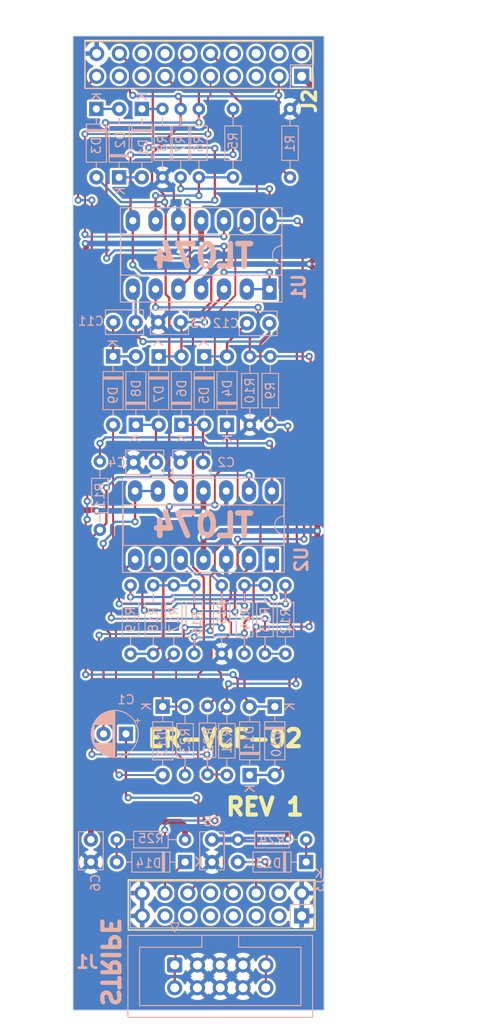
<source format=kicad_pcb>
(kicad_pcb (version 20221018) (generator pcbnew)
  (title_block (title "ER-VCF-02-DB") (date "2023-02-14") (rev "1"))
  (layers (0 "F.Cu" signal) (31 "B.Cu" signal) (34 "B.Paste" user) (35 "F.Paste" user) (36 "B.SilkS" user "B.Silkscreen") (37 "F.SilkS" user "F.Silkscreen") (38 "B.Mask" user) (39 "F.Mask" user) (44 "Edge.Cuts" user))
  (net 0 "")
  (net 1 "/POT6-3")
  (net 2 "Net-(D7-A)")
  (net 4 "Net-(D6-A)")
  (net 5 "Net-(D5-A)")
  (net 6 "Net-(D10-A)")
  (net 7 "Net-(D8-A)")
  (net 8 "Net-(D4-A)")
  (net 9 "Net-(D1-K)")
  (net 10 "Net-(D1-A)")
  (net 11 "Net-(D2-A)")
  (net 12 "/CV")
  (net 13 "/POT1-2")
  (net 14 "Net-(D4-K)")
  (net 15 "Net-(D9-A)")
  (net 16 "-12V")
  (net 17 "+12V")
  (net 18 "Net-(D10-K)")
  (net 20 "/POT2-2")
  (net 21 "/POT5-2")
  (net 22 "/POT5-3")
  (net 23 "Net-(D12-A)")
  (net 24 "Net-(D13-K)")
  (net 25 "Net-(D13-A)")
  (net 26 "Net-(D14-K)")
  (net 27 "Net-(D14-A)")
  (net 28 "/POT6-1")
  (net 30 "/J4-T")
  (net 31 "/POT5-1")
  (net 32 "/AUDIO")
  (net 33 "/POT2-1")
  (net 34 "/J5-T")
  (net 37 "Net-(R19-Pad1)")
  (net 38 "Net-(R22-Pad2)")
  (net 40 "/POT1-1")
  (net 41 "GND")
  (net 42 "/J3-T")
  (net 43 "Net-(R12-Pad1)")
  (net 48 "/J6-T")
  (net 53 "Net-(U1C--)")
  (net 54 "Net-(U2D--)")
  (net 55 "Net-(U2B--)")
  (net 56 "Net-(U2B-+)")
  (net 57 "Net-(U2A--)")
  (net 58 "Net-(U1D--)")
  (footprint "Resistor_THT:R_Axial_DIN0204_L3.6mm_D1.6mm_P7.62mm_Horizontal" (layer "B.Cu") (at 57.404 93.19 -90)
    (fp_text reference "R13")
    (fp_text value "33K")
  )
  (footprint "Connector_IDC:IDC-Header_2x05_P2.54mm_Vertical" (layer "B.Cu") (at 47.34 135.46 -90)
    (fp_text reference "J1")
    (fp_text value "ER-PWR-2X5")
  )
  (footprint "Resistor_THT:R_Axial_DIN0204_L3.6mm_D1.6mm_P7.62mm_Horizontal" (layer "B.Cu") (at 59.69 93.19 -90)
    (fp_text reference "R12")
    (fp_text value "2.2K")
  )
  (footprint "Capacitor_THT:C_Rect_L4.0mm_W2.5mm_P2.50mm" (layer "B.Cu") (at 42.993996 63.880009 180)
    (fp_text reference "C11")
    (fp_text value "1nF")
  )
  (footprint "Resistor_THT:R_Axial_DIN0204_L3.6mm_D1.6mm_P7.62mm_Horizontal" (layer "B.Cu") (at 52.578 100.81 90)
    (fp_text reference "R15")
    (fp_text value "33K")
  )
  (footprint "Connector_PinHeader_2.54mm:PinHeader_2x10_P2.54mm_Vertical" (layer "B.Cu") (at 61.5 36.5 90)
    (fp_text reference "J2")
    (fp_text value "PROTO02_POTS")
  )
  (footprint "Diode_THT:D_DO-35_SOD27_P7.62mm_Horizontal" (layer "B.Cu") (at 43.688 40.132 -90)
    (fp_text reference "D1")
    (fp_text value "1N4148")
  )
  (footprint "Capacitor_THT:C_Rect_L4.0mm_W2.5mm_P2.50mm" (layer "B.Cu") (at 38 124 90)
    (fp_text reference "C6")
    (fp_text value "0.1uF")
  )
  (footprint "Resistor_THT:R_Axial_DIN0204_L3.6mm_D1.6mm_P7.62mm_Horizontal" (layer "B.Cu") (at 39 87 90)
    (fp_text reference "R11")
    (fp_text value "1K")
  )
  (footprint "Capacitor_THT:C_Rect_L4.0mm_W2.5mm_P2.50mm" (layer "B.Cu") (at 51.5 121.5 -90)
    (fp_text reference "C5")
    (fp_text value "0.1uF")
  )
  (footprint "Resistor_THT:R_Axial_DIN0204_L3.6mm_D1.6mm_P7.62mm_Horizontal" (layer "B.Cu") (at 53.158 106.69 -90)
    (fp_text reference "R21")
    (fp_text value "100K")
  )
  (footprint "Resistor_THT:R_Axial_DIN0204_L3.6mm_D1.6mm_P7.62mm_Horizontal" (layer "B.Cu") (at 60.198 40.132 -90)
    (fp_text reference "R1")
    (fp_text value "10K")
  )
  (footprint "Diode_THT:D_DO-35_SOD27_P7.62mm_Horizontal" (layer "B.Cu") (at 38.608 40.132 -90)
    (fp_text reference "D3")
    (fp_text value "1N4148")
  )
  (footprint "Diode_THT:D_DO-35_SOD27_P7.62mm_Horizontal" (layer "B.Cu") (at 48.5 124 180)
    (fp_text reference "D14")
    (fp_text value "1N5817")
  )
  (footprint "Diode_THT:D_DO-35_SOD27_P7.62mm_Horizontal" (layer "B.Cu") (at 40.474 67.69 -90)
    (fp_text reference "D9")
    (fp_text value "1N4148")
  )
  (footprint "Diode_THT:D_DO-35_SOD27_P7.62mm_Horizontal" (layer "B.Cu") (at 45.554 67.69 -90)
    (fp_text reference "D7")
    (fp_text value "1N4148")
  )
  (footprint "Resistor_THT:R_Axial_DIN0204_L3.6mm_D1.6mm_P7.62mm_Horizontal" (layer "B.Cu") (at 53.848 47.752 90)
    (fp_text reference "R5")
    (fp_text value "47K")
  )
  (footprint "Resistor_THT:R_Axial_DIN0204_L3.6mm_D1.6mm_P7.62mm_Horizontal" (layer "B.Cu") (at 51 114.244 90)
    (fp_text reference "R22")
    (fp_text value "100K")
  )
  (footprint "Capacitor_THT:C_Rect_L4.0mm_W2.5mm_P2.50mm" (layer "B.Cu") (at 57.89201 64.008 180)
    (fp_text reference "C12")
    (fp_text value "1nF")
  )
  (footprint "Resistor_THT:R_Axial_DIN0204_L3.6mm_D1.6mm_P7.62mm_Horizontal" (layer "B.Cu") (at 55.118 100.81 90)
    (fp_text reference "R14")
    (fp_text value "33K")
  )
  (footprint "Diode_THT:D_DO-35_SOD27_P7.62mm_Horizontal" (layer "B.Cu") (at 58.5 106.69 -90)
    (fp_text reference "D10")
    (fp_text value "1N4148")
  )
  (footprint "Resistor_THT:R_Axial_DIN0204_L3.6mm_D1.6mm_P7.62mm_Horizontal" (layer "B.Cu") (at 44.958 93.19 -90)
    (fp_text reference "R18")
    (fp_text value "33K")
  )
  (footprint "Diode_THT:D_DO-35_SOD27_P7.62mm_Horizontal" (layer "B.Cu") (at 43.014 75.31 90)
    (fp_text reference "D8")
    (fp_text value "1N4148")
  )
  (footprint "Diode_THT:D_DO-35_SOD27_P7.62mm_Horizontal" (layer "B.Cu") (at 55.698 114.31 90)
    (fp_text reference "D11")
    (fp_text value "1N4148")
  )
  (footprint "Resistor_THT:R_Axial_DIN0204_L3.6mm_D1.6mm_P7.62mm_Horizontal" (layer "B.Cu") (at 50.038 47.752 90)
    (fp_text reference "R6")
    (fp_text value "1K")
  )
  (footprint "Capacitor_THT:C_Rect_L4.0mm_W2.5mm_P2.50mm" (layer "B.Cu") (at 50.500001 79.499993 180)
    (fp_text reference "C4")
    (fp_text value "1nF")
  )
  (footprint "Resistor_THT:R_Axial_DIN0204_L3.6mm_D1.6mm_P7.62mm_Horizontal" (layer "B.Cu") (at 48.006 47.752 90)
    (fp_text reference "R7")
    (fp_text value "100K")
  )
  (footprint "Capacitor_THT:C_Rect_L4.0mm_W2.5mm_P2.50mm" (layer "B.Cu") (at 48.006 63.880009 180)
    (fp_text reference "C3")
    (fp_text value "1nF")
  )
  (footprint "Diode_THT:D_DO-35_SOD27_P7.62mm_Horizontal" (layer "B.Cu") (at 62 124 180)
    (fp_text reference "D13")
    (fp_text value "1N5817")
  )
  (footprint "Capacitor_THT:CP_Radial_D5.0mm_P2.50mm" (layer "B.Cu") (at 41.91 109.728 180)
    (fp_text reference "C1")
    (fp_text value "1uF")
  )
  (footprint "Resistor_THT:R_Axial_DIN0204_L3.6mm_D1.6mm_P7.62mm_Horizontal" (layer "B.Cu") (at 42.418 93.19 -90)
    (fp_text reference "R19")
    (fp_text value "2.2K")
  )
  (footprint "Resistor_THT:R_Axial_DIN0204_L3.6mm_D1.6mm_P7.62mm_Horizontal" (layer "B.Cu") (at 49.53 100.81 90)
    (fp_text reference "R16")
    (fp_text value "33K")
  )
  (footprint "Diode_THT:D_DO-35_SOD27_P7.62mm_Horizontal" (layer "B.Cu") (at 50.634 67.69 -90)
    (fp_text reference "D5")
    (fp_text value "1N4148")
  )
  (footprint "Resistor_THT:R_Axial_DIN0204_L3.6mm_D1.6mm_P7.62mm_Horizontal" (layer "B.Cu") (at 62 121.5 180)
    (fp_text reference "R24")
    (fp_text value "10")
  )
  (footprint "Resistor_THT:R_Axial_DIN0204_L3.6mm_D1.6mm_P7.62mm_Horizontal" (layer "B.Cu") (at 58 75.31 90)
    (fp_text reference "R9")
    (fp_text value "10K")
  )
  (footprint "Resistor_THT:R_Axial_DIN0204_L3.6mm_D1.6mm_P7.62mm_Horizontal" (layer "B.Cu") (at 55.714 75.31 90)
    (fp_text reference "R10")
    (fp_text value "2.7K")
  )
  (footprint "Diode_THT:D_DO-35_SOD27_P7.62mm_Horizontal" (layer "B.Cu") (at 48.094 75.31 90)
    (fp_text reference "D6")
    (fp_text value "1N4148")
  )
  (footprint "Package_DIP:DIP-14_W7.62mm_Socket_LongPads" (layer "B.Cu") (at 57.912 60.198 90)
    (fp_text reference "U1")
    (fp_text value "TL074")
  )
  (footprint "Diode_THT:D_DO-35_SOD27_P7.62mm_Horizontal" (layer "B.Cu") (at 46 106.69 -90)
    (fp_text reference "D12")
    (fp_text value "1N4148")
  )
  (footprint "Resistor_THT:R_Axial_DIN0204_L3.6mm_D1.6mm_P7.62mm_Horizontal" (layer "B.Cu") (at 45.974 47.752 90)
    (fp_text reference "R8")
    (fp_text value "1K")
  )
  (footprint "Resistor_THT:R_Axial_DIN0204_L3.6mm_D1.6mm_P7.62mm_Horizontal" (layer "B.Cu") (at 40.88 121.5)
    (fp_text reference "R25")
    (fp_text value "10")
  )
  (footprint "Capacitor_THT:C_Rect_L4.0mm_W2.5mm_P2.50mm" (layer "B.Cu") (at 45.249998 79.499993 180)
    (fp_text reference "C2")
    (fp_text value "1nF")
  )
  (footprint "Resistor_THT:R_Axial_DIN0204_L3.6mm_D1.6mm_P7.62mm_Horizontal" (layer "B.Cu") (at 48.5 106.69 -90)
    (fp_text reference "R23")
    (fp_text value "33K")
  )
  (footprint "Diode_THT:D_DO-35_SOD27_P7.62mm_Horizontal" (layer "B.Cu") (at 53.174 75.31 90)
    (fp_text reference "D4")
    (fp_text value "1N4148")
  )
  (footprint "Diode_THT:D_DO-35_SOD27_P7.62mm_Horizontal" (layer "B.Cu") (at 41.148 47.752 90)
    (fp_text reference "D2")
    (fp_text value "1N4148")
  )
  (footprint "Connector_PinHeader_2.54mm:PinHeader_2x08_P2.54mm_Vertical" (layer "B.Cu") (at 61.5 130 90)
    (fp_text reference "J3")
    (fp_text value "PROTO02_JACKS")
  )
  (footprint "Resistor_THT:R_Axial_DIN0204_L3.6mm_D1.6mm_P7.62mm_Horizontal" (layer "B.Cu") (at 47.244 100.81 90)
    (fp_text reference "R17")
    (fp_text value "33K")
  )
  (footprint "Package_DIP:DIP-14_W7.62mm_Socket_LongPads" (layer "B.Cu") (at 58.166 90.299997 90)
    (fp_text reference "U2")
    (fp_text value "TL074")
  )
  (gr_rect (start 42.164 125.984) (end 62.992 131.572) (stroke (width 0.15)) (fill none) (layer "F.SilkS"))
  (gr_rect (start 37.338 32.512) (end 62.738 37.846) (stroke (width 0.15)) (fill none) (layer "F.SilkS"))
  (gr_rect (start 36 32) (end 64 140.5) (stroke (width 0.1)) (fill none) (layer "Edge.Cuts"))
  (gr_text "TL074" (at 50.500001 56.499989) (layer "B.SilkS") (effects (font (size 2.5 2.5) (thickness 0.625)) (justify mirror)))
  (gr_text "TL074" (at 50.5 86.5) (layer "B.SilkS") (effects (font (size 2.5 2.5) (thickness 0.625)) (justify mirror)))
  (gr_text "STRIPE" (at 40.132 135.128 270) (layer "B.SilkS") (effects (font (size 1.905 1.905) (thickness 0.47625)) (justify mirror)))
  (gr_text "REV 1" (at 57.404 117.856) (layer "F.SilkS") (effects (font (size 1.905 1.905) (thickness 0.47625))))
  (gr_text "ER-VCF-02" (at 52.959 110.236) (layer "F.SilkS") (effects (font (size 1.905 1.905) (thickness 0.47625))))
  (segment (start 45.249998 79.499993) (end 45.249998 75.614002) (width 0.254) (layer "F.Cu") (net 2))
  (segment (start 43.014 75.31) (end 45.554 75.31) (width 0.254) (layer "B.Cu") (net 2))
  (segment (start 50.673991 63.880009) (end 50.673991 63.010009) (width 0.254) (layer "F.Cu") (net 4))
  (segment (start 50.673991 63.010009) (end 52.832 60.852) (width 0.254) (layer "F.Cu") (net 4))
  (segment (start 48.094 67.69) (end 48.094 63.968009) (width 0.254) (layer "F.Cu") (net 4))
  (via (at 50.673991 63.880009) (size 0.8) (drill 0.4) (layers "F.Cu" "B.Cu") (net 4))
  (segment (start 45.554 67.69) (end 48.094 67.69) (width 0.254) (layer "B.Cu") (net 4))
  (segment (start 48.006 63.880009) (end 50.673991 63.880009) (width 0.254) (layer "B.Cu") (net 4))
  (segment (start 50.500001 79.499993) (end 50.500001 75.443999) (width 0.254) (layer "F.Cu") (net 5))
  (segment (start 50.634 75.31) (end 48.094 75.31) (width 0.254) (layer "B.Cu") (net 5))
  (segment (start 56.896 66.294) (end 57.89201 65.29799) (width 0.254) (layer "F.Cu") (net 6))
  (segment (start 58 73.24) (end 56.896 72.136) (width 0.254) (layer "F.Cu") (net 6))
  (segment (start 59.944 75.438) (end 59.944 90.805) (width 0.254) (layer "F.Cu") (net 6))
  (segment (start 61.26848 101.378498) (end 60.136511 102.510467) (width 0.254) (layer "F.Cu") (net 6))
  (segment (start 60.136511 102.510467) (end 60.136511 112.673489) (width 0.254) (layer "F.Cu") (net 6))
  (segment (start 60.136511 112.673489) (end 58.5 114.31) (width 0.254) (layer "F.Cu") (net 6))
  (segment (start 59.944 90.805) (end 61.26848 92.12948) (width 0.254) (layer "F.Cu") (net 6))
  (segment (start 42.993996 65.218996) (end 43.815 66.04) (width 0.254) (layer "F.Cu") (net 6))
  (segment (start 61.26848 92.12948) (end 61.26848 95.453066) (width 0.254) (layer "F.Cu") (net 6))
  (segment (start 58 75.31) (end 58 73.24) (width 0.254) (layer "F.Cu") (net 6))
  (segment (start 57.89201 65.29799) (end 57.89201 64.008) (width 0.254) (layer "F.Cu") (net 6))
  (segment (start 60.26852 96.453026) (end 61.26848 95.453066) (width 0.254) (layer "F.Cu") (net 6))
  (segment (start 60.26852 97.73352) (end 60.26852 96.453026) (width 0.254) (layer "F.Cu") (net 6))
  (segment (start 61.26848 101.378498) (end 61.26848 98.73348) (width 0.254) (layer "F.Cu") (net 6))
  (segment (start 56.896 72.136) (end 56.896 66.294) (width 0.254) (layer "F.Cu") (net 6))
  (segment (start 42.993996 63.880009) (end 42.993996 65.218996) (width 0.254) (layer "F.Cu") (net 6))
  (segment (start 61.26848 98.73348) (end 60.26852 97.73352) (width 0.254) (layer "F.Cu") (net 6))
  (via (at 43.815 66.04) (size 0.8) (drill 0.4) (layers "F.Cu" "B.Cu") (net 6))
  (via (at 59.944 75.438) (size 0.8) (drill 0.4) (layers "F.Cu" "B.Cu") (net 6))
  (segment (start 55.698 114.31) (end 58.5 114.31) (width 0.254) (layer "B.Cu") (net 6))
  (segment (start 43.815 66.04) (end 56.896 66.04) (width 0.254) (layer "B.Cu") (net 6))
  (segment (start 58 75.31) (end 59.816 75.31) (width 0.254) (layer "B.Cu") (net 6))
  (segment (start 56.896 66.04) (end 57.8485 65.0875) (width 0.254) (layer "B.Cu") (net 6))
  (segment (start 42.993996 63.880009) (end 42.993996 60.519996) (width 0.254) (layer "B.Cu") (net 6))
  (segment (start 57.89201 64.008) (end 57.89201 65.04399) (width 0.254) (layer "B.Cu") (net 6))
  (segment (start 59.816 75.31) (end 59.944 75.438) (width 0.254) (layer "B.Cu") (net 6))
  (segment (start 57.89201 65.04399) (end 57.8485 65.0875) (width 0.254) (layer "B.Cu") (net 6))
  (segment (start 40.474 67.69) (end 40.474 63.900005) (width 0.254) (layer "F.Cu") (net 7))
  (segment (start 40.474 67.69) (end 43.014 67.69) (width 0.254) (layer "B.Cu") (net 7))
  (segment (start 53.174 66.22601) (end 55.39201 64.008) (width 0.254) (layer "F.Cu") (net 8))
  (segment (start 53.174 67.69) (end 53.174 66.22601) (width 0.254) (layer "F.Cu") (net 8))
  (segment (start 50.634 67.69) (end 53.174 67.69) (width 0.254) (layer "B.Cu") (net 8))
  (segment (start 43.688 40.132) (end 45.974 40.132) (width 0.254) (layer "B.Cu") (net 9))
  (segment (start 41.148 47.752) (end 43.688 47.752) (width 0.254) (layer "B.Cu") (net 10))
  (segment (start 38.608 40.132) (end 41.148 40.132) (width 0.254) (layer "B.Cu") (net 11))
  (segment (start 44.958 104.3432) (end 46 105.3852) (width 0.254) (layer "F.Cu") (net 12))
  (segment (start 46 105.3852) (end 46 106.69) (width 0.254) (layer "F.Cu") (net 12))
  (segment (start 44.958 102.616) (end 44.958 104.3432) (width 0.254) (layer "F.Cu") (net 12))
  (segment (start 45.96 102.094) (end 45.48 102.094) (width 0.254) (layer "F.Cu") (net 12))
  (segment (start 45.48 102.094) (end 44.958 102.616) (width 0.254) (layer "F.Cu") (net 12))
  (segment (start 47.244 100.81) (end 45.96 102.094) (width 0.254) (layer "F.Cu") (net 12))
  (segment (start 46 106.69) (end 48.5 106.69) (width 0.254) (layer "B.Cu") (net 12))
  (segment (start 42.672 38.608) (end 42.355 38.291) (width 0.25) (layer "F.Cu") (net 13))
  (segment (start 58.928 38.608) (end 58.928 36.532) (width 0.25) (layer "F.Cu") (net 13))
  (segment (start 46.228 50.5105) (end 46.228 49.774695) (width 0.25) (layer "F.Cu") (net 13))
  (segment (start 42.355 38.291) (end 42.355 35.135) (width 0.25) (layer "F.Cu") (net 13))
  (segment (start 58.928 46.482) (end 60.198 47.752) (width 0.25) (layer "F.Cu") (net 13))
  (segment (start 44.813 45.103) (end 48.006 41.91) (width 0.25) (layer "F.Cu") (net 13))
  (segment (start 46.337 50.6195) (end 46.228 50.5105) (width 0.25) (layer "F.Cu") (net 13))
  (segment (start 58.928 38.608) (end 58.928 46.482) (width 0.25) (layer "F.Cu") (net 13))
  (segment (start 48.006 82.55) (end 46.736 81.28) (width 0.25) (layer "F.Cu") (net 13))
  (segment (start 48.006 38.97997) (end 47.750468 38.724438) (width 0.25) (layer "F.Cu") (net 13))
  (segment (start 46.736 81.28) (end 46.736 61.17299) (width 0.25) (layer "F.Cu") (net 13))
  (segment (start 48.006 40.132) (end 48.006 38.97997) (width 0.25) (layer "F.Cu") (net 13))
  (segment (start 44.813 48.359695) (end 44.813 45.103) (width 0.25) (layer "F.Cu") (net 13))
  (segment (start 48.006 41.91) (end 48.006 40.132) (width 0.25) (layer "F.Cu") (net 13))
  (segment (start 46.337 60.77399) (end 46.337 50.6195) (width 0.25) (layer "F.Cu") (net 13))
  (segment (start 46.736 61.17299) (end 46.337 60.77399) (width 0.25) (layer "F.Cu") (net 13))
  (segment (start 46.228 49.774695) (end 44.813 48.359695) (width 0.25) (layer "F.Cu") (net 13))
  (segment (start 41.18 33.96) (end 42.355 35.135) (width 0.25) (layer "F.Cu") (net 13))
  (via (at 58.928 38.608) (size 0.8) (drill 0.4) (layers "F.Cu" "B.Cu") (net 13))
  (via (at 42.672 38.608) (size 0.8) (drill 0.4) (layers "F.Cu" "B.Cu") (net 13))
  (via (at 47.750468 38.724438) (size 0.8) (drill 0.4) (layers "F.Cu" "B.Cu") (net 13))
  (via (at 46.228 50.5105) (size 0.8) (drill 0.4) (layers "F.Cu" "B.Cu") (net 13))
  (segment (start 42.788438 38.724438) (end 42.672 38.608) (width 0.25) (layer "B.Cu") (net 13))
  (segment (start 38.608 47.752) (end 41.3665 50.5105) (width 0.25) (layer "B.Cu") (net 13))
  (segment (start 47.750468 38.724438) (end 42.788438 38.724438) (width 0.25) (layer "B.Cu") (net 13))
  (segment (start 47.750468 38.724438) (end 58.811562 38.724438) (width 0.25) (layer "B.Cu") (net 13))
  (segment (start 58.811562 38.724438) (end 58.928 38.608) (width 0.25) (layer "B.Cu") (net 13))
  (segment (start 41.3665 50.5105) (end 46.228 50.5105) (width 0.25) (layer "B.Cu") (net 13))
  (segment (start 46.736 91.672978) (end 46.0756 92.333378) (width 0.254) (layer "F.Cu") (net 14))
  (segment (start 52.451 80.391) (end 53.086 79.756) (width 0.254) (layer "F.Cu") (net 14))
  (segment (start 53.174 79.668) (end 52.451 80.391) (width 0.2032) (layer "F.Cu") (net 14))
  (segment (start 46.0756 99.6924) (end 44.958 100.81) (width 0.254) (layer "F.Cu") (net 14))
  (segment (start 53.174 75.31) (end 53.174 79.668) (width 0.2032) (layer "F.Cu") (net 14))
  (segment (start 52.0954 80.7466) (end 52.451 80.391) (width 0.254) (layer "F.Cu") (net 14))
  (segment (start 51.816 81.026) (end 52.0954 80.7466) (width 0.2032) (layer "F.Cu") (net 14))
  (segment (start 46.0756 92.333378) (end 46.0756 99.6924) (width 0.254) (layer "F.Cu") (net 14))
  (segment (start 51.816 84.2264) (end 51.816 81.026) (width 0.2032) (layer "F.Cu") (net 14))
  (segment (start 46.736 84.427) (end 46.736 91.672978) (width 0.254) (layer "F.Cu") (net 14))
  (via (at 46.736 84.427) (size 0.8) (drill 0.4) (layers "F.Cu" "B.Cu") (net 14))
  (via (at 51.816 84.2264) (size 0.8) (drill 0.4) (layers "F.Cu" "B.Cu") (net 14))
  (segment (start 42.418 100.81) (end 44.958 100.81) (width 0.254) (layer "B.Cu") (net 14))
  (segment (start 51.816 84.2264) (end 46.9366 84.2264) (width 0.2032) (layer "B.Cu") (net 14))
  (segment (start 51.4604 84.2264) (end 46.9366 84.2264) (width 0.254) (layer "B.Cu") (net 14))
  (segment (start 46.9366 84.2264) (end 46.736 84.427) (width 0.2032) (layer "B.Cu") (net 14))
  (segment (start 57.404 100.81) (end 57.404 96.901) (width 0.2032) (layer "F.Cu") (net 15))
  (segment (start 40.275541 92.980541) (end 40.474 92.782082) (width 0.2032) (layer "F.Cu") (net 15))
  (segment (start 40.275541 96.806167) (end 40.275541 92.980541) (width 0.2032) (layer "F.Cu") (net 15))
  (segment (start 40.474 92.782082) (end 40.474 75.31) (width 0.2032) (layer "F.Cu") (net 15))
  (via (at 40.275541 96.806167) (size 0.8) (drill 0.4) (layers "F.Cu" "B.Cu") (net 15))
  (via (at 57.404 96.901) (size 0.8) (drill 0.4) (layers "F.Cu" "B.Cu") (net 15))
  (segment (start 57.404 96.901) (end 40.370374 96.901) (width 0.2032) (layer "B.Cu") (net 15))
  (segment (start 57.404 100.81) (end 59.69 100.81) (width 0.2032) (layer "B.Cu") (net 15))
  (segment (start 40.370374 96.901) (end 40.275541 96.806167) (width 0.2032) (layer "B.Cu") (net 15))
  (segment (start 50.546 82.679997) (end 50.546 85.09) (width 0.635) (layer "F.Cu") (net 16))
  (segment (start 37.4575 57.4625) (end 37.4575 55.2) (width 0.635) (layer "F.Cu") (net 16))
  (segment (start 36.5 58.42) (end 37.4575 57.4625) (width 0.635) (layer "F.Cu") (net 16))
  (segment (start 37.4575 55.2) (end 37.3755 55.118) (width 0.635) (layer "F.Cu") (net 16))
  (segment (start 36.576 115.062) (end 36.5 115.138) (width 0.635) (layer "F.Cu") (net 16))
  (segment (start 38 119.5) (end 48 119.5) (width 0.635) (layer "F.Cu") (net 16))
  (segment (start 48.5 120) (end 48.5 121.5) (width 0.635) (layer "F.Cu") (net 16))
  (segment (start 36.576 115.062) (end 38 116.486) (width 0.635) (layer "F.Cu") (net 16))
  (segment (start 50.292 55.118) (end 50.292 52.578) (width 0.635) (layer "F.Cu") (net 16))
  (segment (start 48 119.5) (end 48.5 120) (width 0.635) (layer "F.Cu") (net 16))
  (segment (start 38.5828 84.8108) (end 38.6588 84.8868) (width 0.635) (layer "F.Cu") (net 16))
  (segment (start 38 119.5) (end 38 121.5) (width 0.635) (layer "F.Cu") (net 16))
  (segment (start 36.5 84.8108) (end 36.5 58.42) (width 0.635) (layer "F.Cu") (net 16))
  (segment (start 36.5 115.138) (end 36.5 84.8108) (width 0.635) (layer "F.Cu") (net 16))
  (segment (start 36.5 84.8108) (end 38.5828 84.8108) (width 0.635) (layer "F.Cu") (net 16))
  (segment (start 38 116.486) (end 38 119.5) (width 0.635) (layer "F.Cu") (net 16))
  (via (at 50.292 55.118) (size 0.8) (drill 0.4) (layers "F.Cu" "B.Cu") (net 16))
  (via (at 37.3755 55.118) (size 0.8) (drill 0.4) (layers "F.Cu" "B.Cu") (net 16))
  (via (at 38.6588 84.8868) (size 0.8) (drill 0.4) (layers "F.Cu" "B.Cu") (net 16))
  (via (at 50.546 84.9529) (size 0.8) (drill 0.4) (layers "F.Cu" "B.Cu") (net 16))
  (segment (start 45.8216 85.344) (end 47.7012 85.344) (width 0.635) (layer "B.Cu") (net 16))
  (segment (start 48.0923 84.9529) (end 47.7012 85.344) (width 0.635) (layer "B.Cu") (net 16))
  (segment (start 45.8216 85.344) (end 45.3644 84.8868) (width 0.635) (layer "B.Cu") (net 16))
  (segment (start 50.546 84.9529) (end 48.0923 84.9529) (width 0.635) (layer "B.Cu") (net 16))
  (segment (start 37.3755 55.118) (end 50.292 55.118) (width 0.635) (layer "B.Cu") (net 16))
  (segment (start 38.6588 84.8868) (end 45.3644 84.8868) (width 0.635) (layer "B.Cu") (net 16))
  (segment (start 50.546 87.8332) (end 50.546 90.299997) (width 0.635) (layer "F.Cu") (net 17))
  (segment (start 63.246 87.122) (end 63.246 58.42) (width 0.635) (layer "F.Cu") (net 17))
  (segment (start 63.246 87.122) (end 63.1285 87.2395) (width 0.635) (layer "F.Cu") (net 17))
  (segment (start 63.246 56.486989) (end 62.328989 57.404) (width 0.635) (layer "F.Cu") (net 17))
  (segment (start 59.944 119.056) (end 63.2465 115.7535) (width 0.635) (layer "F.Cu") (net 17))
  (segment (start 63.2465 87.3575) (end 63.2465 115.7535) (width 0.635) (layer "F.Cu") (net 17))
  (segment (start 63.246 38.246) (end 61.5 36.5) (width 0.635) (layer "F.Cu") (net 17))
  (segment (start 63.246 58.42) (end 63.246 58.321011) (width 0.635) (layer "F.Cu") (net 17))
  (segment (start 59.944 121.412) (end 59.944 119.056) (width 0.635) (layer "F.Cu") (net 17))
  (segment (start 63.246 58.321011) (end 62.328989 57.404) (width 0.635) (layer "F.Cu") (net 17))
  (segment (start 63.1285 87.2395) (end 63.2465 87.3575) (width 0.635) (layer "F.Cu") (net 17))
  (segment (start 63.246 56.486989) (end 63.246 38.246) (width 0.635) (layer "F.Cu") (net 17))
  (via (at 62.328989 57.404) (size 0.8) (drill 0.4) (layers "F.Cu" "B.Cu") (net 17))
  (via (at 50.546 87.8332) (size 0.8) (drill 0.4) (layers "F.Cu" "B.Cu") (net 17))
  (via (at 59.944 121.412) (size 0.8) (drill 0.4) (layers "F.Cu" "B.Cu") (net 17))
  (via (at 63.246 87.122) (size 0.8) (drill 0.4) (layers "F.Cu" "B.Cu") (net 17))
  (segment (start 52.4764 87.122) (end 51.7652 87.8332) (width 0.635) (layer "B.Cu") (net 17))
  (segment (start 52.324 57.404) (end 50.292 59.436) (width 0.635) (layer "B.Cu") (net 17))
  (segment (start 51.7652 87.8332) (end 50.546 87.8332) (width 0.635) (layer "B.Cu") (net 17))
  (segment (start 63.246 87.122) (end 52.4764 87.122) (width 0.635) (layer "B.Cu") (net 17))
  (segment (start 52.324 57.404) (end 62.328989 57.404) (width 0.635) (layer "B.Cu") (net 17))
  (segment (start 54.38 121.5) (end 51.5 121.5) (width 0.635) (layer "B.Cu") (net 17))
  (segment (start 59.856 121.5) (end 59.944 121.412) (width 0.635) (layer "B.Cu") (net 17))
  (segment (start 54.38 121.5) (end 59.856 121.5) (width 0.635) (layer "B.Cu") (net 17))
  (segment (start 62.484 97.635) (end 62.484 67.846) (width 0.254) (layer "F.Cu") (net 18))
  (segment (start 55.714 67.69) (end 55.714 65.698) (width 0.254) (layer "F.Cu") (net 18))
  (segment (start 56.642 62.23) (end 56.642 64.77) (width 0.254) (layer "F.Cu") (net 18))
  (segment (start 55.118 105.664) (end 55.118 102.87) (width 0.254) (layer "F.Cu") (net 18))
  (segment (start 55.698 106.244) (end 55.118 105.664) (width 0.254) (layer "F.Cu") (net 18))
  (segment (start 45.212 60.198) (end 45.212 62.23) (width 0.254) (layer "F.Cu") (net 18))
  (segment (start 62.484 67.846) (end 62.329 67.691) (width 0.254) (layer "F.Cu") (net 18))
  (segment (start 62.329 97.79) (end 62.484 97.635) (width 0.254) (layer "F.Cu") (net 18))
  (segment (start 56.2356 101.7524) (end 56.2356 97.97485) (width 0.254) (layer "F.Cu") (net 18))
  (segment (start 56.2356 97.97485) (end 56.404225 97.806225) (width 0.254) (layer "F.Cu") (net 18))
  (segment (start 55.714 65.698) (end 56.642 64.77) (width 0.254) (layer "F.Cu") (net 18))
  (segment (start 55.118 102.87) (end 56.2356 101.7524) (width 0.254) (layer "F.Cu") (net 18))
  (via (at 62.329 97.79) (size 0.8) (drill 0.4) (layers "F.Cu" "B.Cu") (net 18))
  (via (at 56.404225 97.806225) (size 0.8) (drill 0.4) (layers "F.Cu" "B.Cu") (net 18))
  (via (at 62.329 67.691) (size 0.8) (drill 0.4) (layers "F.Cu" "B.Cu") (net 18))
  (via (at 45.212 62.23) (size 0.8) (drill 0.4) (layers "F.Cu" "B.Cu") (net 18))
  (via (at 56.642 62.23) (size 0.8) (drill 0.4) (layers "F.Cu" "B.Cu") (net 18))
  (segment (start 62.328 67.69) (end 62.329 67.691) (width 0.254) (layer "B.Cu") (net 18))
  (segment (start 56.404225 97.806225) (end 59.165775 97.806225) (width 0.254) (layer "B.Cu") (net 18))
  (segment (start 59.182 97.79) (end 62.329 97.79) (width 0.254) (layer "B.Cu") (net 18))
  (segment (start 59.165775 97.806225) (end 59.182 97.79) (width 0.254) (layer "B.Cu") (net 18))
  (segment (start 55.714 67.69) (end 58 67.69) (width 0.254) (layer "B.Cu") (net 18))
  (segment (start 55.698 106.69) (end 58.5 106.69) (width 0.254) (layer "B.Cu") (net 18))
  (segment (start 45.212 62.23) (end 56.642 62.23) (width 0.254) (layer "B.Cu") (net 18))
  (segment (start 58 67.69) (end 62.328 67.69) (width 0.254) (layer "B.Cu") (net 18))
  (segment (start 51.054 42.926) (end 51.054 38.862) (width 0.2032) (layer "F.Cu") (net 20))
  (segment (start 51.340004 38.575996) (end 51.054 38.862) (width 0.2032) (layer "F.Cu") (net 20))
  (segment (start 51.340004 37.000002) (end 51.340004 38.575996) (width 0.2032) (layer "F.Cu") (net 20))
  (segment (start 37.338 54.102) (end 37.338 42.926) (width 0.2032) (layer "F.Cu") (net 20))
  (segment (start 52.832 52.578) (end 52.832 54.356) (width 0.2032) (layer "F.Cu") (net 20))
  (via (at 52.832 54.356) (size 0.8) (drill 0.4) (layers "F.Cu" "B.Cu") (net 20))
  (via (at 51.054 42.926) (size 0.8) (drill 0.4) (layers "F.Cu" "B.Cu") (net 20))
  (via (at 37.338 42.926) (size 0.8) (drill 0.4) (layers "F.Cu" "B.Cu") (net 20))
  (via (at 37.338 54.102) (size 0.8) (drill 0.4) (layers "F.Cu" "B.Cu") (net 20))
  (segment (start 37.338 42.926) (end 51.054 42.926) (width 0.2032) (layer "B.Cu") (net 20))
  (segment (start 52.832 54.356) (end 37.592 54.356) (width 0.2032) (layer "B.Cu") (net 20))
  (segment (start 37.592 54.356) (end 37.338 54.102) (width 0.2032) (layer "B.Cu") (net 20))
  (segment (start 47.435 35.325) (end 48.8 33.96) (width 0.25) (layer "F.Cu") (net 21))
  (segment (start 44.895 43.996402) (end 44.895 36.203299) (width 0.25) (layer "F.Cu") (net 21))
  (segment (start 49.031 58.919) (end 49.031 50.7735) (width 0.25) (layer "F.Cu") (net 21))
  (segment (start 51.816 44.704) (end 51.816 44.521) (width 0.25) (layer "F.Cu") (net 21))
  (segment (start 44.445701 44.445701) (end 44.895 43.996402) (width 0.25) (layer "F.Cu") (net 21))
  (segment (start 45.773299 35.325) (end 47.435 35.325) (width 0.25) (layer "F.Cu") (net 21))
  (segment (start 47.752 60.198) (end 49.031 58.919) (width 0.25) (layer "F.Cu") (net 21))
  (segment (start 51.816 50.292) (end 51.816 44.704) (width 0.25) (layer "F.Cu") (net 21))
  (segment (start 49.031 50.7735) (end 48.768 50.5105) (width 0.25) (layer "F.Cu") (net 21))
  (segment (start 44.895 36.203299) (end 45.773299 35.325) (width 0.25) (layer "F.Cu") (net 21))
  (via (at 51.816 44.521) (size 0.8) (drill 0.4) (layers "F.Cu" "B.Cu") (net 21))
  (via (at 51.816 50.292) (size 0.8) (drill 0.4) (layers "F.Cu" "B.Cu") (net 21))
  (via (at 44.445701 44.445701) (size 0.8) (drill 0.4) (layers "F.Cu" "B.Cu") (net 21))
  (via (at 48.768 50.5105) (size 0.8) (drill 0.4) (layers "F.Cu" "B.Cu") (net 21))
  (segment (start 51.5975 50.5105) (end 51.816 50.292) (width 0.25) (layer "B.Cu") (net 21))
  (segment (start 51.740701 44.445701) (end 44.445701 44.445701) (width 0.25) (layer "B.Cu") (net 21))
  (segment (start 51.816 44.521) (end 51.740701 44.445701) (width 0.25) (layer "B.Cu") (net 21))
  (segment (start 48.768 50.5105) (end 51.5975 50.5105) (width 0.25) (layer "B.Cu") (net 21))
  (segment (start 52.832 58.321) (end 52.832 55.4228) (width 0.254) (layer "F.Cu") (net 22))
  (segment (start 47.76 38) (end 50 38) (width 0.25) (layer "F.Cu") (net 22))
  (segment (start 50.038 40.132) (end 50.038 41.656) (width 0.254) (layer "F.Cu") (net 22))
  (segment (start 39.734511 41.766511) (end 39.734511 56.737533) (width 0.254) (layer "F.Cu") (net 22))
  (segment (start 50 38) (end 50.038 38.038) (width 0.25) (layer "F.Cu") (net 22))
  (segment (start 57.912 60.198) (end 57.912 58.321) (width 0.25) (layer "F.Cu") (net 22))
  (segment (start 46.26 36.5) (end 47.76 38) (width 0.25) (layer "F.Cu") (net 22))
  (segment (start 50.038 38.038) (end 50.038 40.132) (width 0.25) (layer "F.Cu") (net 22))
  (segment (start 39.624 41.656) (end 39.734511 41.766511) (width 0.254) (layer "F.Cu") (net 22))
  (segment (start 39.734511 56.737533) (end 39.758489 56.761511) (width 0.254) (layer "F.Cu") (net 22))
  (via (at 52.832 58.321) (size 0.8) (drill 0.4) (layers "F.Cu" "B.Cu") (net 22))
  (via (at 39.624 41.656) (size 0.8) (drill 0.4) (layers "F.Cu" "B.Cu") (net 22))
  (via (at 57.912 58.321) (size 0.8) (drill 0.4) (layers "F.Cu" "B.Cu") (net 22))
  (via (at 50.038 41.656) (size 0.8) (drill 0.4) (layers "F.Cu" "B.Cu") (net 22))
  (via (at 52.832 55.4228) (size 0.8) (drill 0.4) (layers "F.Cu" "B.Cu") (net 22))
  (via (at 39.758489 56.761511) (size 0.8) (drill 0.4) (layers "F.Cu" "B.Cu") (net 22))
  (segment (start 48.597689 56.761511) (end 49.4538 55.9054) (width 0.254) (layer "B.Cu") (net 22))
  (segment (start 52.832 58.321) (end 57.912 58.321) (width 0.254) (layer "B.Cu") (net 22))
  (segment (start 50.038 41.656) (end 39.624 41.656) (width 0.254) (layer "B.Cu") (net 22))
  (segment (start 51.2572 55.4228) (end 52.832 55.4228) (width 0.254) (layer "B.Cu") (net 22))
  (segment (start 40.64 55.88) (end 45.72 55.88) (width 0.254) (layer "B.Cu") (net 22))
  (segment (start 49.4538 55.9054) (end 50.7746 55.9054) (width 0.254) (layer "B.Cu") (net 22))
  (segment (start 46.601511 56.761511) (end 48.597689 56.761511) (width 0.254) (layer "B.Cu") (net 22))
  (segment (start 39.758489 56.761511) (end 40.64 55.88) (width 0.254) (layer "B.Cu") (net 22))
  (segment (start 55.372 60.198) (end 57.912 60.198) (width 0.25) (layer "B.Cu") (net 22))
  (segment (start 45.72 55.88) (end 46.601511 56.761511) (width 0.254) (layer "B.Cu") (net 22))
  (segment (start 50.7746 55.9054) (end 51.2572 55.4228) (width 0.254) (layer "B.Cu") (net 22))
  (segment (start 40.7924 98.315239) (end 39.37 96.892839) (width 0.2032) (layer "F.Cu") (net 23))
  (segment (start 39.37 96.892839) (end 39.37 88.519) (width 0.2032) (layer "F.Cu") (net 23))
  (segment (start 40.7924 113.9444) (end 40.7924 98.315239) (width 0.2032) (layer "F.Cu") (net 23))
  (segment (start 42.926 82.679997) (end 42.926 86.106) (width 0.254) (layer "F.Cu") (net 23))
  (segment (start 41.148 114.3) (end 40.7924 113.9444) (width 0.2032) (layer "F.Cu") (net 23))
  (via (at 39.37 88.519) (size 0.8) (drill 0.4) (layers "F.Cu" "B.Cu") (net 23))
  (via (at 41.148 114.3) (size 0.8) (drill 0.4) (layers "F.Cu" "B.Cu") (net 23))
  (via (at 42.926 86.106) (size 0.8) (drill 0.4) (layers "F.Cu" "B.Cu") (net 23))
  (segment (start 41.793 114.31) (end 41.783 114.3) (width 0.2032) (layer "B.Cu") (net 23))
  (segment (start 40.259 86.5378) (end 40.259 87.503) (width 0.254) (layer "B.Cu") (net 23))
  (segment (start 46 114.31) (end 41.158 114.31) (width 0.2032) (layer "B.Cu") (net 23))
  (segment (start 40.6908 86.106) (end 40.259 86.5378) (width 0.254) (layer "B.Cu") (net 23))
  (segment (start 40.259 87.503) (end 39.1668 88.5952) (width 0.254) (layer "B.Cu") (net 23))
  (segment (start 42.926 82.679997) (end 45.466 82.679997) (width 0.254) (layer "B.Cu") (net 23))
  (segment (start 46 114.31) (end 41.793 114.31) (width 0.2032) (layer "B.Cu") (net 23))
  (segment (start 41.158 114.31) (end 41.148 114.3) (width 0.2032) (layer "B.Cu") (net 23))
  (segment (start 42.926 86.106) (end 40.6908 86.106) (width 0.254) (layer "B.Cu") (net 23))
  (segment (start 62 124) (end 62 121.5) (width 0.25) (layer "F.Cu") (net 24))
  (segment (start 57.5 138) (end 57.5 135.46) (width 0.25) (layer "F.Cu") (net 25))
  (segment (start 57.404 123.952) (end 57.595 124.143) (width 0.25) (layer "F.Cu") (net 25))
  (segment (start 57.595 124.143) (end 57.595 135.365) (width 0.25) (layer "F.Cu") (net 25))
  (via (at 57.404 123.952) (size 0.8) (drill 0.4) (layers "F.Cu" "B.Cu") (net 25))
  (segment (start 54.38 124) (end 57.356 124) (width 0.25) (layer "B.Cu") (net 25))
  (segment (start 57.356 124) (end 57.404 123.952) (width 0.25) (layer "B.Cu") (net 25))
  (segment (start 47.34 138) (end 47.34 135.46) (width 0.25) (layer "F.Cu") (net 26))
  (segment (start 47.435 135.365) (end 47.435 125.065) (width 0.25) (layer "F.Cu") (net 26))
  (segment (start 47.435 125.065) (end 48.5 124) (width 0.25) (layer "F.Cu") (net 26))
  (segment (start 40.88 124) (end 40.88 121.5) (width 0.25) (layer "F.Cu") (net 27))
  (segment (start 37.417011 103.124) (end 37.417011 86.026989) (width 0.25) (layer "F.Cu") (net 30))
  (segment (start 56.42 118.396) (end 54.356 116.332) (width 0.25) (layer "F.Cu") (net 30))
  (segment (start 36.576 50.292) (end 36.576 38.564) (width 0.25) (layer "F.Cu") (net 30))
  (segment (start 38.1 58.42) (end 37.592 58.928) (width 0.25) (layer "F.Cu") (net 30))
  (segment (start 38.1 50.292) (end 38.1 58.42) (width 0.25) (layer "F.Cu") (net 30))
  (segment (start 37.592 83.82) (end 37.592 58.928) (width 0.25) (layer "F.Cu") (net 30))
  (segment (start 54.356 103.632) (end 53.848 103.124) (width 0.25) (layer "F.Cu") (net 30))
  (segment (start 36.576 38.564) (end 38.64 36.5) (width 0.25) (layer "F.Cu") (net 30))
  (segment (start 56.42 127.46) (end 56.42 118.396) (width 0.25) (layer "F.Cu") (net 30))
  (segment (start 54.356 116.332) (end 54.356 103.632) (width 0.25) (layer "F.Cu") (net 30))
  (segment (start 37.417011 86.026989) (end 37.592 85.852) (width 0.25) (layer "F.Cu") (net 30))
  (via (at 38.1 50.292) (size 0.8) (drill 0.4) (layers "F.Cu" "B.Cu") (net 30))
  (via (at 37.417011 103.124) (size 0.8) (drill 0.4) (layers "F.Cu" "B.Cu") (net 30))
  (via (at 36.576 50.292) (size 0.8) (drill 0.4) (layers "F.Cu" "B.Cu") (net 30))
  (via (at 53.848 103.124) (size 0.8) (drill 0.4) (layers "F.Cu" "B.Cu") (net 30))
  (via (at 37.592 85.852) (size 0.8) (drill 0.4) (layers "F.Cu" "B.Cu") (net 30))
  (via (at 37.592 83.82) (size 0.8) (drill 0.4) (layers "F.Cu" "B.Cu") (net 30))
  (segment (start 37.592 85.852) (end 37.592 83.82) (width 0.25) (layer "B.Cu") (net 30))
  (segment (start 53.848 103.124) (end 37.417011 103.124) (width 0.25) (layer "B.Cu") (net 30))
  (segment (start 38.1 50.292) (end 36.576 50.292) (width 0.25) (layer "B.Cu") (net 30))
  (segment (start 58.166 84.836) (end 58.166 82.679997) (width 0.254) (layer "F.Cu") (net 32))
  (segment (start 55.118 97.282) (end 56.123489 96.276511) (width 0.254) (layer "F.Cu") (net 32))
  (segment (start 55.118 100.81) (end 55.118 98.9076) (width 0.254) (layer "F.Cu") (net 32))
  (segment (start 39 77.3828) (end 39.0144 77.3684) (width 0.254) (layer "F.Cu") (net 32))
  (segment (start 56.144511 96.276511) (end 56.144511 92.699489) (width 0.254) (layer "F.Cu") (net 32))
  (segment (start 56.896 86.106) (end 58.166 84.836) (width 0.254) (layer "F.Cu") (net 32))
  (segment (start 55.118 98.9076) (end 55.118 97.282) (width 0.254) (layer "F.Cu") (net 32))
  (segment (start 49.53 100.81) (end 49.53 98.9382) (width 0.254) (layer "F.Cu") (net 32))
  (segment (start 56.123489 96.276511) (end 56.144511 96.276511) (width 0.254) (layer "F.Cu") (net 32))
  (segment (start 58.166 77.6224) (end 57.912 77.3684) (width 0.254) (layer "F.Cu") (net 32))
  (segment (start 58.166 82.679997) (end 58.166 77.6224) (width 0.254) (layer "F.Cu") (net 32))
  (segment (start 56.144511 92.699489) (end 56.896 91.948) (width 0.254) (layer "F.Cu") (net 32))
  (segment (start 56.896 91.948) (end 56.896 86.106) (width 0.254) (layer "F.Cu") (net 32))
  (segment (start 39 79.38) (end 39 77.3828) (width 0.254) (layer "F.Cu") (net 32))
  (via (at 55.113722 98.5165) (size 0.8) (drill 0.4) (layers "F.Cu" "B.Cu") (net 32))
  (via (at 39.0144 77.3684) (size 0.8) (drill 0.4) (layers "F.Cu" "B.Cu") (net 32))
  (via (at 49.53 98.9382) (size 0.8) (drill 0.4) (layers "F.Cu" "B.Cu") (net 32))
  (via (at 57.912 77.3684) (size 0.8) (drill 0.4) (layers "F.Cu" "B.Cu") (net 32))
  (segment (start 39.624 76.708) (end 50.3682 76.708) (width 0.254) (layer "B.Cu") (net 32))
  (segment (start 49.555411 98.963611) (end 51.658389 98.963611) (width 0.254) (layer "B.Cu") (net 32))
  (segment (start 49.53 98.9382) (end 49.555411 98.963611) (width 0.254) (layer "B.Cu") (net 32))
  (segment (start 39.0144 77.3684) (end 39.0144 77.3176) (width 0.254) (layer "B.Cu") (net 32))
  (segment (start 39.0144 77.3176) (end 39.624 76.708) (width 0.254) (layer "B.Cu") (net 32))
  (segment (start 50.3682 76.708) (end 51.0286 77.3684) (width 0.254) (layer "B.Cu") (net 32))
  (segment (start 51.953089 98.668911) (end 51.658389 98.963611) (width 0.254) (layer "B.Cu") (net 32))
  (segment (start 51.0286 77.3684) (end 57.912 77.3684) (width 0.254) (layer "B.Cu") (net 32))
  (segment (start 55.113722 98.5165) (end 54.961311 98.668911) (width 0.254) (layer "B.Cu") (net 32))
  (segment (start 54.961311 98.668911) (end 51.953089 98.668911) (width 0.254) (layer "B.Cu") (net 32))
  (segment (start 52.025 119.171) (end 52.025 107.823) (width 0.25) (layer "F.Cu") (net 34))
  (segment (start 53.158 106.69) (end 53.158 104.322) (width 0.25) (layer "F.Cu") (net 34))
  (segment (start 61.726224 98.552) (end 61.468 98.293776) (width 0.25) (layer "F.Cu") (net 34))
  (segment (start 59.037 56.896) (end 56.497 54.356) (width 0.25) (layer "F.Cu") (net 34))
  (segment (start 60.96 88.392) (end 60.96 61.976) (width 0.25) (layer "F.Cu") (net 34))
  (segment (start 61.976 98.552) (end 61.726224 98.552) (width 0.25) (layer "F.Cu") (net 34))
  (segment (start 59.037 60.053) (end 59.037 56.896) (width 0.25) (layer "F.Cu") (net 34))
  (segment (start 61.976 95.384771) (end 61.976 89.408) (width 0.25) (layer "F.Cu") (net 34))
  (segment (start 60.863011 102.712989) (end 61.976 101.6) (width 0.25) (layer "F.Cu") (net 34))
  (segment (start 53.158 104.322) (end 53.34 104.14) (width 0.25) (layer "F.Cu") (net 34))
  (segment (start 46.26 120.449) (end 46.228 120.417) (width 0.25) (layer "F.Cu") (net 34))
  (segment (start 60.96 61.976) (end 59.037 60.053) (width 0.25) (layer "F.Cu") (net 34))
  (segment (start 61.976 101.6) (end 61.976 98.552) (width 0.25) (layer "F.Cu") (net 34))
  (segment (start 56.497 54.356) (end 56.497 41.257) (width 0.25) (layer "F.Cu") (net 34))
  (segment (start 61.468 98.293776) (end 61.468 95.892771) (width 0.25) (layer "F.Cu") (net 34))
  (segment (start 61.468 95.892771) (end 61.976 95.384771) (width 0.25) (layer "F.Cu") (net 34))
  (segment (start 56.497 41.257) (end 52.515 37.275) (width 0.25) (layer "F.Cu") (net 34))
  (segment (start 52.025 107.823) (end 53.158 106.69) (width 0.25) (layer "F.Cu") (net 34))
  (segment (start 51.816 119.38) (end 52.025 119.171) (width 0.25) (layer "F.Cu") (net 34))
  (segment (start 46.26 127.46) (end 46.26 120.449) (width 0.25) (layer "F.Cu") (net 34))
  (segment (start 60.863011 104.14) (end 60.863011 102.712989) (width 0.25) (layer "F.Cu") (net 34))
  (segment (start 52.515 35.135) (end 51.34 33.96) (width 0.25) (layer "F.Cu") (net 34))
  (segment (start 52.515 37.275) (end 52.515 35.135) (width 0.25) (layer "F.Cu") (net 34))
  (segment (start 61.976 89.408) (end 60.96 88.392) (width 0.25) (layer "F.Cu") (net 34))
  (via (at 51.816 119.38) (size 0.8) (drill 0.4) (layers "F.Cu" "B.Cu") (net 34))
  (via (at 60.863011 104.14) (size 0.8) (drill 0.4) (layers "F.Cu" "B.Cu") (net 34))
  (via (at 46.228 120.417) (size 0.8) (drill 0.4) (layers "F.Cu" "B.Cu") (net 34))
  (via (at 53.34 104.14) (size 0.8) (drill 0.4) (layers "F.Cu" "B.Cu") (net 34))
  (segment (start 46.228 119.888) (end 46.736 119.38) (width 0.25) (layer "B.Cu") (net 34))
  (segment (start 53.34 104.14) (end 60.863011 104.14) (width 0.25) (layer "B.Cu") (net 34))
  (segment (start 46.228 120.417) (end 46.228 119.888) (width 0.25) (layer "B.Cu") (net 34))
  (segment (start 46.736 119.38) (end 51.816 119.38) (width 0.25) (layer "B.Cu") (net 34))
  (segment (start 58.430511 94.477489) (end 58.42 94.488) (width 0.254) (layer "F.Cu") (net 37))
  (segment (start 58.430511 90.564508) (end 58.430511 94.477489) (width 0.254) (layer "F.Cu") (net 37))
  (segment (start 42.418 93.19) (end 42.418 94.488) (width 0.254) (layer "F.Cu") (net 37))
  (via (at 58.42 94.488) (size 0.8) (drill 0.4) (layers "F.Cu" "B.Cu") (net 37))
  (via (at 42.418 94.488) (size 0.8) (drill 0.4) (layers "F.Cu" "B.Cu") (net 37))
  (segment (start 58.2168 94.2848) (end 58.42 94.488) (width 0.254) (layer "B.Cu") (net 37))
  (segment (start 46.8884 94.488) (end 47.0916 94.2848) (width 0.254) (layer "B.Cu") (net 37))
  (segment (start 47.0916 94.2848) (end 58.2168 94.2848) (width 0.254) (layer "B.Cu") (net 37))
  (segment (start 42.418 94.488) (end 46.8884 94.488) (width 0.254) (layer "B.Cu") (net 37))
  (segment (start 53.0352 96.774) (end 53.0352 95.067822) (width 0.254) (layer "F.Cu") (net 38))
  (segment (start 53.604511 97.343311) (end 53.0352 96.774) (width 0.254) (layer "F.Cu") (net 38))
  (segment (start 51 106.624) (end 52.516515 105.107485) (width 0.254) (layer "F.Cu") (net 38))
  (segment (start 48.006 47.752) (end 48.006 49.022) (width 0.254) (layer "F.Cu") (net 38))
  (segment (start 61.602489 70.421489) (end 61.602489 53.184989) (width 0.254) (layer "F.Cu") (net 38))
  (segment (start 52.516515 105.107485) (end 52.516515 103.012668) (width 0.254) (layer "F.Cu") (net 38))
  (segment (start 53.604511 98.541489) (end 53.604511 97.343311) (width 0.254) (layer "F.Cu") (net 38))
  (segment (start 53.604511 94.498511) (end 53.604511 92.445489) (width 0.254) (layer "F.Cu") (net 38))
  (segment (start 51.435 99.949) (end 52.07 99.314) (width 0.254) (layer "F.Cu") (net 38))
  (segment (start 53.0352 95.067822) (end 53.604511 94.498511) (width 0.254) (layer "F.Cu") (net 38))
  (segment (start 52.07 99.314) (end 52.832 99.314) (width 0.254) (layer "F.Cu") (net 38))
  (segment (start 52.832 99.314) (end 53.604511 98.541489) (width 0.254) (layer "F.Cu") (net 38))
  (segment (start 53.604511 92.445489) (end 54.356 91.694) (width 0.254) (layer "F.Cu") (net 38))
  (segment (start 61.7575 70.5765) (end 61.602489 70.421489) (width 0.254) (layer "F.Cu") (net 38))
  (segment (start 57.911147 49.026267) (end 57.912 49.02712) (width 0.254) (layer "F.Cu") (net 38))
  (segment (start 54.356 91.694) (end 54.356 88.039) (width 0.254) (layer "F.Cu") (net 38))
  (segment (start 52.516515 103.012668) (end 51.435 101.931153) (width 0.254) (layer "F.Cu") (net 38))
  (segment (start 51.435 101.931153) (end 51.435 99.949) (width 0.254) (layer "F.Cu") (net 38))
  (segment (start 61.602489 53.184989) (end 60.9955 52.578) (width 0.254) (layer "F.Cu") (net 38))
  (segment (start 61.7575 88.039) (end 61.7575 70.5765) (width 0.254) (layer "F.Cu") (net 38))
  (segment (start 57.912 49.02712) (end 57.912 52.578) (width 0.254) (layer "F.Cu") (net 38))
  (via (at 54.356 88.039) (size 0.8) (drill 0.4) (layers "F.Cu" "B.Cu") (net 38))
  (via (at 48.006 49.022) (size 0.8) (drill 0.4) (layers "F.Cu" "B.Cu") (net 38))
  (via (at 61.7575 88.039) (size 0.8) (drill 0.4) (layers "F.Cu" "B.Cu") (net 38))
  (via (at 57.911147 49.026267) (size 0.8) (drill 0.4) (layers "F.Cu" "B.Cu") (net 38))
  (via (at 60.9955 52.578) (size 0.8) (drill 0.4) (layers "F.Cu" "B.Cu") (net 38))
  (segment (start 57.90688 49.022) (end 57.911147 49.026267) (width 0.254) (layer "B.Cu") (net 38))
  (segment (start 54.356 88.039) (end 61.7575 88.039) (width 0.254) (layer "B.Cu") (net 38))
  (segment (start 48.006 49.022) (end 57.90688 49.022) (width 0.254) (layer "B.Cu") (net 38))
  (segment (start 57.912 52.578) (end 60.9955 52.578) (width 0.254) (layer "B.Cu") (net 38))
  (segment (start 47.752 52.578) (end 47.752 56.035) (width 0.254) (layer "F.Cu") (net 41))
  (segment (start 47.244 49.022) (end 47.244 50.292) (width 0.254) (layer "F.Cu") (net 41))
  (segment (start 45.974 47.752) (end 47.244 49.022) (width 0.254) (layer "F.Cu") (net 41))
  (segment (start 47.752 50.8) (end 47.244 50.292) (width 0.254) (layer "F.Cu") (net 41))
  (segment (start 47.752 52.578) (end 47.752 50.8) (width 0.254) (layer "F.Cu") (net 41))
  (via (at 47.752 56.035) (size 0.8) (drill 0.4) (layers "F.Cu" "B.Cu") (net 41))
  (segment (start 49.975 117.031) (end 49.784 116.84) (width 0.25) (layer "F.Cu") (net 42))
  (segment (start 48.8 127.46) (end 49.975 126.285) (width 0.25) (layer "F.Cu") (net 42))
  (segment (start 41.91 116.586) (end 41.91 109.728) (width 0.25) (layer "F.Cu") (net 42))
  (segment (start 42.164 116.84) (end 41.91 116.586) (width 0.25) (layer "F.Cu") (net 42))
  (segment (start 49.975 126.285) (end 49.975 117.031) (width 0.25) (layer "F.Cu") (net 42))
  (via (at 49.784 116.84) (size 0.8) (drill 0.4) (layers "F.Cu" "B.Cu") (net 42))
  (via (at 42.164 116.84) (size 0.8) (drill 0.4) (layers "F.Cu" "B.Cu") (net 42))
  (segment (start 49.784 116.84) (end 42.164 116.84) (width 0.25) (layer "B.Cu") (net 42))
  (segment (start 41.148 92.077997) (end 42.926 90.299997) (width 0.254) (layer "F.Cu") (net 43))
  (segment (start 59.69 93.19) (end 59.69 95.25) (width 0.254) (layer "F.Cu") (net 43))
  (segment (start 41.148 92.077997) (end 41.148 95.25) (width 0.254) (layer "F.Cu") (net 43))
  (via (at 41.148 95.25) (size 0.8) (drill 0.4) (layers "F.Cu" "B.Cu") (net 43))
  (via (at 59.69 95.25) (size 0.8) (drill 0.4) (layers "F.Cu" "B.Cu") (net 43))
  (segment (start 41.148 95.25) (end 46.8884 95.25) (width 0.254) (layer "B.Cu") (net 43))
  (segment (start 58.154557 95.25) (end 57.642877 94.73832) (width 0.254) (layer "B.Cu") (net 43))
  (segment (start 47.40008 94.73832) (end 57.642877 94.73832) (width 0.254) (layer "B.Cu") (net 43))
  (segment (start 59.69 95.25) (end 58.154557 95.25) (width 0.254) (layer "B.Cu") (net 43))
  (segment (start 46.8884 95.25) (end 47.40008 94.73832) (width 0.254) (layer "B.Cu") (net 43))
  (segment (start 50.575431 119.164736) (end 50.575431 115.269) (width 0.25) (layer "F.Cu") (net 48))
  (segment (start 49.975 114.668569) (end 49.975 103.126377) (width 0.25) (layer "F.Cu") (net 48))
  (segment (start 42.672 57.488011) (end 42.672 52.578) (width 0.25) (layer "F.Cu") (net 48))
  (segment (start 51.417 61.627775) (end 51.417 58.105011) (width 0.25) (layer "F.Cu") (net 48))
  (segment (start 42.418 52.324) (end 42.418 45.2475) (width 0.254) (layer "F.Cu") (net 48))
  (segment (start 49.975 103.126377) (end 50.583 102.518377) (width 0.25) (layer "F.Cu") (net 48))
  (segment (start 53.88 127.46) (end 52.832 126.412) (width 0.25) (layer "F.Cu") (net 48))
  (segment (start 49.375001 91.119988) (end 49.375001 63.669774) (width 0.25) (layer "F.Cu") (net 48))
  (segment (start 51.515695 120.105) (end 50.575431 119.164736) (width 0.25) (layer "F.Cu") (net 48))
  (segment (start 50.583 102.518377) (end 50.583 92.327987) (width 0.25) (layer "F.Cu") (net 48))
  (segment (start 52.832 126.412) (end 52.832 120.820695) (width 0.25) (layer "F.Cu") (net 48))
  (segment (start 52.116305 120.105) (end 51.515695 120.105) (width 0.25) (layer "F.Cu") (net 48))
  (segment (start 51.417 58.105011) (end 50.8 57.488011) (width 0.25) (layer "F.Cu") (net 48))
  (segment (start 50.583 92.327987) (end 49.375001 91.119988) (width 0.25) (layer "F.Cu") (net 48))
  (segment (start 50.575431 115.269) (end 49.975 114.668569) (width 0.25) (layer "F.Cu") (net 48))
  (segment (start 49.375001 63.669774) (end 51.417 61.627775) (width 0.25) (layer "F.Cu") (net 48))
  (segment (start 53.848 45.212) (end 53.848 40.132) (width 0.254) (layer "F.Cu") (net 48))
  (segment (start 52.832 120.820695) (end 52.116305 120.105) (width 0.25) (layer "F.Cu") (net 48))
  (via (at 42.418 45.2475) (size 0.8) (drill 0.4) (layers "F.Cu" "B.Cu") (net 48))
  (via (at 50.8 57.488011) (size 0.8) (drill 0.4) (layers "F.Cu" "B.Cu") (net 48))
  (via (at 53.848 45.212) (size 0.8) (drill 0.4) (layers "F.Cu" "B.Cu") (net 48))
  (via (at 42.672 57.488011) (size 0.8) (drill 0.4) (layers "F.Cu" "B.Cu") (net 48))
  (segment (start 43.603989 58.42) (end 42.672 57.488011) (width 0.25) (layer "B.Cu") (net 48))
  (segment (start 53.8125 45.2475) (end 53.848 45.212) (width 0.254) (layer "B.Cu") (net 48))
  (segment (start 50.715989 57.488011) (end 49.784 58.42) (width 0.25) (layer "B.Cu") (net 48))
  (segment (start 49.784 58.42) (end 43.603989 58.42) (width 0.25) (layer "B.Cu") (net 48))
  (segment (start 50.8 57.488011) (end 50.715989 57.488011) (width 0.25) (layer "B.Cu") (net 48))
  (segment (start 42.418 45.2475) (end 53.8125 45.2475) (width 0.254) (layer "B.Cu") (net 48))
  (segment (start 45.212 52.578) (end 45.212 49.784) (width 0.254) (layer "F.Cu") (net 53))
  (segment (start 50.038 49.784) (end 50.038 47.752) (width 0.254) (layer "F.Cu") (net 53))
  (via (at 45.212 49.784) (size 0.8) (drill 0.4) (layers "F.Cu" "B.Cu") (net 53))
  (via (at 50.038 49.784) (size 0.8) (drill 0.4) (layers "F.Cu" "B.Cu") (net 53))
  (segment (start 50.038 47.752) (end 53.848 47.752) (width 0.254) (layer "B.Cu") (net 53))
  (segment (start 45.212 49.784) (end 50.038 49.784) (width 0.254) (layer "B.Cu") (net 53))
  (segment (start 39.7256 82.3214) (end 39.7256 86.2744) (width 0.254) (layer "F.Cu") (net 54))
  (segment (start 39.41 100.798) (end 40.132 100.076) (width 0.25) (layer "F.Cu") (net 54))
  (segment (start 55.626 82.679997) (end 55.626 80.9244) (width 0.254) (layer "F.Cu") (net 54))
  (segment (start 38.1 87.9) (end 39 87) (width 0.25) (layer "F.Cu") (net 54))
  (segment (start 39.41 109.728) (end 39.41 100.798) (width 0.25) (layer "F.Cu") (net 54))
  (segment (start 40.132 100.076) (end 40.132 98.552) (width 0.25) (layer "F.Cu") (net 54))
  (segment (start 38.1 96.52) (end 38.1 87.9) (width 0.25) (layer "F.Cu") (net 54))
  (segment (start 40.132 98.552) (end 38.1 96.52) (width 0.25) (layer "F.Cu") (net 54))
  (segment (start 39.7256 86.2744) (end 39 87) (width 0.254) (layer "F.Cu") (net 54))
  (via (at 55.626 80.9244) (size 0.8) (drill 0.4) (layers "F.Cu" "B.Cu") (net 54))
  (via (at 39.7256 82.3214) (size 0.8) (drill 0.4) (layers "F.Cu" "B.Cu") (net 54))
  (segment (start 44.8056 80.9244) (end 44.576523 81.153477) (width 0.254) (layer "B.Cu") (net 54))
  (segment (start 40.893523 81.153477) (end 39.7256 82.3214) (width 0.254) (layer "B.Cu") (net 54))
  (segment (start 55.626 80.9244) (end 44.8056 80.9244) (width 0.254) (layer "B.Cu") (net 54))
  (segment (start 44.576523 81.153477) (end 40.893523 81.153477) (width 0.254) (layer "B.Cu") (net 54))
  (segment (start 43.7388 95.7733) (end 43.942 95.9765) (width 0.254) (layer "F.Cu") (net 55))
  (segment (start 45.466 90.299997) (end 43.7388 92.027197) (width 0.254) (layer "F.Cu") (net 55))
  (segment (start 55.118 95.46482) (end 55.118 93.19) (width 0.254) (layer "F.Cu") (net 55))
  (segment (start 43.7388 92.027197) (end 43.7388 95.7733) (width 0.254) (layer "F.Cu") (net 55))
  (via (at 43.942 95.9765) (size 0.8) (drill 0.4) (layers "F.Cu" "B.Cu") (net 55))
  (via (at 55.118 95.46482) (size 0.8) (drill 0.4) (layers "F.Cu" "B.Cu") (net 55))
  (segment (start 47.65776 95.19184) (end 54.84502 95.19184) (width 0.254) (layer "B.Cu") (net 55))
  (segment (start 55.118 95.66802) (end 54.81962 95.36964) (width 0.2032) (layer "B.Cu") (net 55))
  (segment (start 55.118 93.19) (end 57.404 93.19) (width 0.254) (layer "B.Cu") (net 55))
  (segment (start 54.84502 95.19184) (end 55.118 95.46482) (width 0.254) (layer "B.Cu") (net 55))
  (segment (start 43.942 95.9765) (end 46.8731 95.9765) (width 0.254) (layer "B.Cu") (net 55))
  (segment (start 46.8731 95.9765) (end 47.65776 95.19184) (width 0.254) (layer "B.Cu") (net 55))
  (segment (start 54.64182 95.19184) (end 55.118 95.66802) (width 0.254) (layer "B.Cu") (net 55))
  (segment (start 48.477586 97.9017) (end 48.3616 98.017686) (width 0.2032) (layer "F.Cu") (net 56))
  (segment (start 47.498 102.616) (end 47.498 111.806778) (width 0.2032) (layer "F.Cu") (net 56))
  (segment (start 48.5 112.808778) (end 48.5 114.31) (width 0.2032) (layer "F.Cu") (net 56))
  (segment (start 52.578 97.9424) (end 52.578 93.19) (width 0.2032) (layer "F.Cu") (net 56))
  (segment (start 48.3616 101.7524) (end 47.498 102.616) (width 0.2032) (layer "F.Cu") (net 56))
  (segment (start 47.498 111.806778) (end 48.5 112.808778) (width 0.2032) (layer "F.Cu") (net 56))
  (segment (start 48.3616 98.017686) (end 48.3616 101.7524) (width 0.2032) (layer "F.Cu") (net 56))
  (via (at 52.578 97.9424) (size 0.8) (drill 0.4) (layers "F.Cu" "B.Cu") (net 56))
  (via (at 48.477586 97.9017) (size 0.8) (drill 0.4) (layers "F.Cu" "B.Cu") (net 56))
  (segment (start 48.544906 97.83438) (end 48.477586 97.9017) (width 0.2032) (layer "B.Cu") (net 56))
  (segment (start 50.9524 97.536) (end 52.1716 97.536) (width 0.2032) (layer "B.Cu") (net 56))
  (segment (start 48.544906 97.83438) (end 50.65402 97.83438) (width 0.2032) (layer "B.Cu") (net 56))
  (segment (start 52.578 93.19) (end 51.375598 91.987598) (width 0.2032) (layer "B.Cu") (net 56))
  (segment (start 50.65402 97.83438) (end 50.9524 97.536) (width 0.2032) (layer "B.Cu") (net 56))
  (segment (start 51.375598 91.987598) (end 49.693602 91.987598) (width 0.2032) (layer "B.Cu") (net 56))
  (segment (start 49.693602 91.987598) (end 48.006 90.299997) (width 0.2032) (layer "B.Cu") (net 56))
  (segment (start 52.1716 97.536) (end 52.578 97.9424) (width 0.2032) (layer "B.Cu") (net 56))
  (segment (start 55.626 91.230293) (end 54.058031 92.798262) (width 0.254) (layer "F.Cu") (net 57))
  (segment (start 49.53 96.0628) (end 49.53 93.19) (width 0.2032) (layer "F.Cu") (net 57))
  (segment (start 54.058031 92.798262) (end 54.058031 96.44497) (width 0.254) (layer "F.Cu") (net 57))
  (via (at 49.53 96.0628) (size 0.8) (drill 0.4) (layers "F.Cu" "B.Cu") (net 57))
  (via (at 54.0512 96.1136) (size 0.8) (drill 0.4) (layers "F.Cu" "B.Cu") (net 57))
  (segment (start 49.53 96.0628) (end 54.0512 96.0628) (width 0.2032) (layer "B.Cu") (net 57))
  (segment (start 44.958 93.19) (end 47.244 93.19) (width 0.254) (layer "B.Cu") (net 57))
  (segment (start 47.244 93.19) (end 49.53 93.19) (width 0.254) (layer "B.Cu") (net 57))
  (segment (start 38.9128 98.7298) (end 38.9128 99.553422) (width 0.2032) (layer "F.Cu") (net 58))
  (segment (start 50.927 112.014) (end 51 112.087) (width 0.2032) (layer "F.Cu") (net 58))
  (segment (start 54.5084 76.4032) (end 54.5084 72.2376) (width 0.2032) (layer "F.Cu") (net 58))
  (segment (start 54.102 60.885218) (end 54.102 53.848) (width 0.2032) (layer "F.Cu") (net 58))
  (segment (start 53.594 85.598) (end 54.356 84.836) (width 0.2032) (layer "F.Cu") (net 58))
  (segment (start 51.816 63.171218) (end 54.102 60.885218) (width 0.2032) (layer "F.Cu") (net 58))
  (segment (start 51.308 92.202) (end 51.816 91.694) (width 0.2032) (layer "F.Cu") (net 58))
  (segment (start 54.102 53.848) (end 55.372 52.578) (width 0.2032) (layer "F.Cu") (net 58))
  (segment (start 51.816 69.5452) (end 51.816 63.171218) (width 0.2032) (layer "F.Cu") (net 58))
  (segment (start 54.356 84.836) (end 54.356 76.5556) (width 0.2032) (layer "F.Cu") (net 58))
  (segment (start 51.308 98.2371) (end 51.308 92.202) (width 0.2032) (layer "F.Cu") (net 58))
  (segment (start 51.816 91.694) (end 51.816 89.408) (width 0.2032) (layer "F.Cu") (net 58))
  (segment (start 51 112.087) (end 51 114.244) (width 0.2032) (layer "F.Cu") (net 58))
  (segment (start 54.356 76.5556) (end 54.5084 76.4032) (width 0.2032) (layer "F.Cu") (net 58))
  (segment (start 38.9128 99.553422) (end 38.118111 100.348111) (width 0.2032) (layer "F.Cu") (net 58))
  (segment (start 38.118111 100.348111) (end 38.118111 111.995889) (width 0.2032) (layer "F.Cu") (net 58))
  (segment (start 53.594 87.63) (end 53.594 85.598) (width 0.2032) (layer "F.Cu") (net 58))
  (segment (start 51.816 89.408) (end 53.594 87.63) (width 0.2032) (layer "F.Cu") (net 58))
  (segment (start 54.5084 72.2376) (end 51.816 69.5452) (width 0.2032) (layer "F.Cu") (net 58))
  (via (at 38.118111 111.995889) (size 0.8) (drill 0.4) (layers "F.Cu" "B.Cu") (net 58))
  (via (at 38.9128 98.7298) (size 0.8) (drill 0.4) (layers "F.Cu" "B.Cu") (net 58))
  (via (at 51.308 98.2371) (size 0.8) (drill 0.4) (layers "F.Cu" "B.Cu") (net 58))
  (via (at 50.927 112.014) (size 0.8) (drill 0.4) (layers "F.Cu" "B.Cu") (net 58))
  (segment (start 39.0398 98.6028) (end 38.9128 98.7298) (width 0.2032) (layer "B.Cu") (net 58))
  (segment (start 51 114.244) (end 53.092 114.244) (width 0.254) (layer "B.Cu") (net 58))
  (segment (start 50.927 112.014) (end 38.136222 112.014) (width 0.2032) (layer "B.Cu") (net 58))
  (segment (start 49.1337 98.2371) (end 51.308 98.2371) (width 0.2032) (layer "B.Cu") (net 58))
  (segment (start 48.873878 98.6028) (end 49.1337 98.342978) (width 0.2032) (layer "B.Cu") (net 58))
  (segment (start 39.0398 98.6028) (end 48.873878 98.6028) (width 0.2032) (layer "B.Cu") (net 58))
  (segment (start 38.136222 112.014) (end 38.118111 111.995889) (width 0.2032) (layer "B.Cu") (net 58))
  (segment (start 49.1337 98.342978) (end 49.1337 98.2371) (width 0.2032) (layer "B.Cu") (net 58))
  (zone (net 41) (net_name "GND") (layer "B.Cu") (connect_pads (clearance 0.254)) (min_thickness 0.254) (fill yes (thermal_gap 0.508) (thermal_bridge_width 0.508))
    (polygon (pts (xy 64 140.5) (xy 36 140.5) (xy 36 32) (xy 64 32)))
  )
)
</source>
